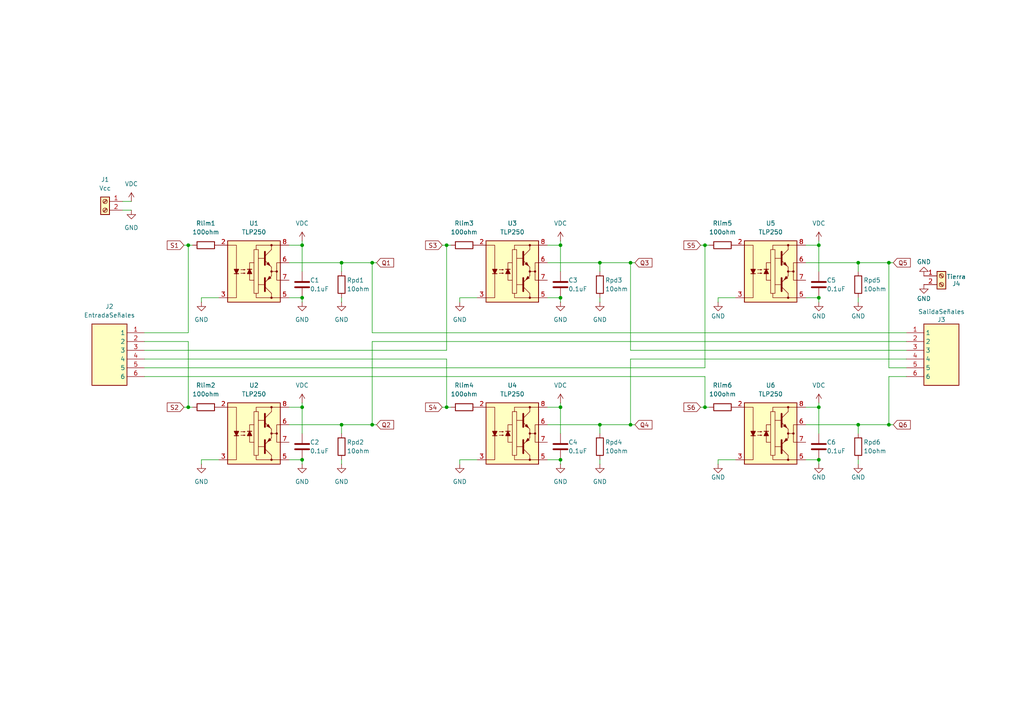
<source format=kicad_sch>
(kicad_sch (version 20231120) (generator "eeschema") (generator_version "8.0")
  (paper "A4")
  (lib_symbols
    (symbol "801-87-006-10-001101:Conn_Socket6"
      (property "Reference" "J" (at 16.51 7.62 0))
      (property "Value" "Conn_Socket6" (at 16.51 5.08 0))
      (symbol "Conn_Socket6_1_1"
        (rectangle (start 5.08 2.54) (end 15.24 -15.24) (stroke (width 0.254)) (fill (type background)))
        (pin passive line (at 0 0 0) (length 5.08) (name "1") (number "1"))
        (pin passive line (at 0 -2.54 0) (length 5.08) (name "2") (number "2"))
        (pin passive line (at 0 -5.08 0) (length 5.08) (name "3") (number "3"))
        (pin passive line (at 0 -7.62 0) (length 5.08) (name "4") (number "4"))
        (pin passive line (at 0 -10.16 0) (length 5.08) (name "5") (number "5"))
        (pin passive line (at 0 -12.7 0) (length 5.08) (name "6") (number "6"))
      )
    )
    (symbol "Connector:Screw_Terminal_01x02" (pin_names (offset 1.016) hide)
      (property "Reference" "J" (at 0 2.54 0))
      (property "Value" "Screw_Terminal_01x02" (at 0 -5.08 0))
      (symbol "Screw_Terminal_01x02_1_1"
        (rectangle (start -1.27 1.27) (end 1.27 -3.81) (stroke (width 0.254)) (fill (type background)))
        (circle (center 0 -2.54) (radius 0.635) (stroke (width 0.1524)))
        (polyline (pts (xy -0.5334 -2.2098) (xy 0.3302 -3.048)) (stroke (width 0.1524)))
        (polyline (pts (xy -0.5334 0.3302) (xy 0.3302 -0.508)) (stroke (width 0.1524)))
        (polyline (pts (xy -0.3556 -2.032) (xy 0.508 -2.8702)) (stroke (width 0.1524)))
        (polyline (pts (xy -0.3556 0.508) (xy 0.508 -0.3302)) (stroke (width 0.1524)))
        (circle (center 0 0) (radius 0.635) (stroke (width 0.1524)))
        (pin passive line (at -5.08 0 0) (length 3.81) (name "Pin_1") (number "1"))
        (pin passive line (at -5.08 -2.54 0) (length 3.81) (name "Pin_2") (number "2"))
      )
    )
    (symbol "Device:C" (pin_numbers hide) (pin_names (offset 0.254))
      (property "Reference" "C" (at 0.635 2.54 0))
      (property "Value" "C" (at 0.635 -2.54 0))
      (symbol "C_0_1"
        (polyline (pts (xy -2.032 -0.762) (xy 2.032 -0.762)) (stroke (width 0.508)))
        (polyline (pts (xy -2.032 0.762) (xy 2.032 0.762)) (stroke (width 0.508)))
      )
      (symbol "C_1_1"
        (pin passive line (at 0 3.81 270) (length 2.794) (name "~") (number "1"))
        (pin passive line (at 0 -3.81 90) (length 2.794) (name "~") (number "2"))
      )
    )
    (symbol "Device:R" (pin_numbers hide) (pin_names (offset 0))
      (property "Reference" "R" (at 2.032 0 90))
      (property "Value" "R" (at 0 0 90))
      (symbol "R_0_1"
        (rectangle (start -1.016 -2.54) (end 1.016 2.54) (stroke (width 0.254)))
      )
      (symbol "R_1_1"
        (pin passive line (at 0 3.81 270) (length 1.27) (name "~") (number "1"))
        (pin passive line (at 0 -3.81 90) (length 1.27) (name "~") (number "2"))
      )
    )
    (symbol "Driver_FET:TLP250" (pin_names hide)
      (property "Reference" "U" (at 0 12.7 0))
      (property "Value" "TLP250" (at 0 10.16 0))
      (symbol "TLP250_0_1"
        (rectangle (start -7.62 8.89) (end 7.62 -8.89) (stroke (width 0.254)) (fill (type background)))
        (polyline (pts (xy -5.715 -0.635) (xy -4.445 -0.635)) (stroke (width 0.254)))
        (polyline (pts (xy -0.635 0.635) (xy -1.905 0.635)) (stroke (width 0.254)))
        (polyline (pts (xy 3.048 -3.81) (xy 1.27 -3.81)))
        (polyline (pts (xy 3.048 3.81) (xy 1.27 3.81)))
        (polyline (pts (xy 3.175 -4.445) (xy 5.08 -6.35)))
        (polyline (pts (xy 3.175 4.445) (xy 5.08 6.35)))
        (polyline (pts (xy 5.08 -6.35) (xy 5.08 -7.62)))
        (polyline (pts (xy 5.08 -1.27) (xy 3.175 -3.175)) (fill (type outline)))
        (polyline (pts (xy 5.08 0) (xy 6.604 0)))
        (polyline (pts (xy 5.08 1.27) (xy 3.175 3.175)) (fill (type outline)))
        (polyline (pts (xy 5.08 6.35) (xy 5.08 7.62)))
        (polyline (pts (xy 7.62 7.62) (xy 0.635 7.62)))
        (polyline (pts (xy -1.27 -0.635) (xy -1.27 -2.54) (xy 0 -2.54)))
        (polyline (pts (xy -1.27 0.635) (xy -1.27 2.54) (xy 0 2.54)))
        (polyline (pts (xy 0.635 -6.35) (xy 0.635 -7.62) (xy 7.62 -7.62)))
        (polyline (pts (xy 3.175 -5.715) (xy 3.175 -1.905) (xy 3.175 -1.905)) (stroke (width 0.508)))
        (polyline (pts (xy 3.175 5.715) (xy 3.175 1.905) (xy 3.175 1.905)) (stroke (width 0.508)))
        (polyline (pts (xy -7.62 7.62) (xy -5.08 7.62) (xy -5.08 -7.62) (xy -7.62 -7.62)))
        (polyline (pts (xy -5.08 -0.635) (xy -5.715 0.635) (xy -4.445 0.635) (xy -5.08 -0.635)) (stroke (width 0.254)) (fill (type outline)))
        (polyline (pts (xy -1.27 0.635) (xy -0.635 -0.635) (xy -1.905 -0.635) (xy -1.27 0.635)) (stroke (width 0.254)) (fill (type outline)))
        (polyline (pts (xy 7.62 2.54) (xy 6.604 2.54) (xy 6.604 -2.54) (xy 7.62 -2.54)))
        (polyline (pts (xy -3.81 -0.508) (xy -2.54 -0.508) (xy -2.921 -0.635) (xy -2.921 -0.381) (xy -2.54 -0.508)))
        (polyline (pts (xy -3.81 0.508) (xy -2.54 0.508) (xy -2.921 0.381) (xy -2.921 0.635) (xy -2.54 0.508)))
        (polyline (pts (xy 1.27 6.35) (xy 1.27 -6.35) (xy 0 -6.35) (xy 0 6.35) (xy 1.27 6.35)))
        (polyline (pts (xy 3.683 2.159) (xy 4.191 2.667) (xy 4.699 1.651) (xy 3.683 2.159) (xy 3.683 2.159)) (fill (type outline)))
        (polyline (pts (xy 4.953 -1.905) (xy 4.445 -1.397) (xy 3.937 -2.413) (xy 4.953 -1.905) (xy 4.953 -1.905)) (fill (type outline)))
        (rectangle (start 0.635 6.35) (end 0.635 6.35))
        (rectangle (start 0.635 6.35) (end 0.635 7.62))
        (circle (center 5.08 -7.62) (radius 0.254) (fill (type outline)))
        (circle (center 5.08 0) (radius 0.254) (fill (type outline)))
        (rectangle (start 5.08 1.27) (end 5.08 -1.27))
        (circle (center 5.08 7.62) (radius 0.254) (fill (type outline)))
        (circle (center 6.604 0) (radius 0.254) (fill (type outline)))
      )
      (symbol "TLP250_1_1"
        (pin no_connect line (at -7.62 2.54 0) (length 2.54) hide (name "NC") (number "1"))
        (pin passive line (at -10.16 7.62 0) (length 2.54) (name "A") (number "2"))
        (pin passive line (at -10.16 -7.62 0) (length 2.54) (name "C") (number "3"))
        (pin no_connect line (at -7.62 -2.54 0) (length 2.54) hide (name "NC") (number "4"))
        (pin power_in line (at 10.16 -7.62 180) (length 2.54) (name "VEE") (number "5"))
        (pin output line (at 10.16 2.54 180) (length 2.54) (name "VO") (number "6"))
        (pin output line (at 10.16 -2.54 180) (length 2.54) (name "VO") (number "7"))
        (pin power_in line (at 10.16 7.62 180) (length 2.54) (name "VCC") (number "8"))
      )
    )
    (symbol "power:GND" (power) (pin_numbers hide) (pin_names (offset 0) hide)
      (property "Value" "GND" (at 0 -3.81 0))
      (symbol "GND_0_1"
        (polyline (pts (xy 0 0) (xy 0 -1.27) (xy 1.27 -1.27) (xy 0 -2.54) (xy -1.27 -1.27) (xy 0 -1.27)))
      )
      (symbol "GND_1_1"
        (pin power_in line (at 0 0 270) (length 0) (name "~") (number "1"))
      )
    )
    (symbol "power:VDC" (power) (pin_numbers hide) (pin_names (offset 0) hide)
      (property "Value" "VDC" (at 0 3.556 0))
      (symbol "VDC_0_1"
        (polyline (pts (xy -0.762 1.27) (xy 0 2.54)))
        (polyline (pts (xy 0 0) (xy 0 2.54)))
        (polyline (pts (xy 0 2.54) (xy 0.762 1.27)))
      )
      (symbol "VDC_1_1"
        (pin power_in line (at 0 0 90) (length 0) (name "~") (number "1"))
      )
    )
  )
  (junction (at 204.47 71.12))
  (junction (at 237.49 118.11))
  (junction (at 87.63 86.36))
  (junction (at 54.61 71.12))
  (junction (at 129.54 71.12))
  (junction (at 99.06 76.2))
  (junction (at 162.56 118.11))
  (junction (at 162.56 133.35))
  (junction (at 87.63 118.11))
  (junction (at 107.95 76.2))
  (junction (at 204.47 118.11))
  (junction (at 248.92 76.2))
  (junction (at 87.63 133.35))
  (junction (at 129.54 118.11))
  (junction (at 54.61 118.11))
  (junction (at 237.49 71.12))
  (junction (at 107.95 123.19))
  (junction (at 173.99 123.19))
  (junction (at 182.88 123.19))
  (junction (at 257.81 76.2))
  (junction (at 87.63 71.12))
  (junction (at 182.88 76.2))
  (junction (at 173.99 76.2))
  (junction (at 162.56 86.36))
  (junction (at 248.92 123.19))
  (junction (at 237.49 133.35))
  (junction (at 99.06 123.19))
  (junction (at 237.49 86.36))
  (junction (at 257.81 123.19))
  (junction (at 162.56 71.12))
  (wire (pts (xy 182.88 123.19) (xy 184.15 123.19)))
  (wire (pts (xy 237.49 118.11) (xy 237.49 116.84)))
  (wire (pts (xy 133.35 86.36) (xy 138.43 86.36)))
  (wire (pts (xy 182.88 76.2) (xy 184.15 76.2)))
  (wire (pts (xy 237.49 118.11) (xy 237.49 125.73)))
  (wire (pts (xy 203.2 118.11) (xy 204.47 118.11)))
  (wire (pts (xy 58.42 133.35) (xy 58.42 134.62)))
  (wire (pts (xy 129.54 118.11) (xy 130.81 118.11)))
  (wire (pts (xy 87.63 133.35) (xy 87.63 134.62)))
  (wire (pts (xy 107.95 99.06) (xy 262.89 99.06)))
  (wire (pts (xy 173.99 123.19) (xy 182.88 123.19)))
  (wire (pts (xy 162.56 133.35) (xy 162.56 134.62)))
  (wire (pts (xy 107.95 99.06) (xy 107.95 123.19)))
  (wire (pts (xy 237.49 86.36) (xy 237.49 87.63)))
  (wire (pts (xy 107.95 76.2) (xy 109.22 76.2)))
  (wire (pts (xy 233.68 86.36) (xy 237.49 86.36)))
  (wire (pts (xy 248.92 133.35) (xy 248.92 134.62)))
  (wire (pts (xy 158.75 123.19) (xy 173.99 123.19)))
  (wire (pts (xy 158.75 76.2) (xy 173.99 76.2)))
  (wire (pts (xy 204.47 71.12) (xy 205.74 71.12)))
  (wire (pts (xy 128.27 71.12) (xy 129.54 71.12)))
  (wire (pts (xy 87.63 86.36) (xy 87.63 87.63)))
  (wire (pts (xy 237.49 71.12) (xy 237.49 69.85)))
  (wire (pts (xy 41.91 104.14) (xy 129.54 104.14)))
  (wire (pts (xy 208.28 86.36) (xy 208.28 87.63)))
  (wire (pts (xy 35.56 58.42) (xy 38.1 58.42)))
  (wire (pts (xy 204.47 106.68) (xy 204.47 71.12)))
  (wire (pts (xy 233.68 133.35) (xy 237.49 133.35)))
  (wire (pts (xy 99.06 123.19) (xy 107.95 123.19)))
  (wire (pts (xy 133.35 86.36) (xy 133.35 87.63)))
  (wire (pts (xy 162.56 118.11) (xy 162.56 125.73)))
  (wire (pts (xy 262.89 101.6) (xy 182.88 101.6)))
  (wire (pts (xy 158.75 118.11) (xy 162.56 118.11)))
  (wire (pts (xy 233.68 71.12) (xy 237.49 71.12)))
  (wire (pts (xy 87.63 71.12) (xy 87.63 69.85)))
  (wire (pts (xy 173.99 133.35) (xy 173.99 134.62)))
  (wire (pts (xy 87.63 71.12) (xy 87.63 78.74)))
  (wire (pts (xy 204.47 109.22) (xy 204.47 118.11)))
  (wire (pts (xy 99.06 76.2) (xy 107.95 76.2)))
  (wire (pts (xy 53.34 118.11) (xy 54.61 118.11)))
  (wire (pts (xy 58.42 86.36) (xy 63.5 86.36)))
  (wire (pts (xy 233.68 123.19) (xy 248.92 123.19)))
  (wire (pts (xy 87.63 118.11) (xy 87.63 116.84)))
  (wire (pts (xy 129.54 71.12) (xy 130.81 71.12)))
  (wire (pts (xy 208.28 86.36) (xy 213.36 86.36)))
  (wire (pts (xy 182.88 104.14) (xy 182.88 123.19)))
  (wire (pts (xy 248.92 125.73) (xy 248.92 123.19)))
  (wire (pts (xy 262.89 96.52) (xy 107.95 96.52)))
  (wire (pts (xy 173.99 78.74) (xy 173.99 76.2)))
  (wire (pts (xy 133.35 133.35) (xy 138.43 133.35)))
  (wire (pts (xy 99.06 133.35) (xy 99.06 134.62)))
  (wire (pts (xy 41.91 96.52) (xy 54.61 96.52)))
  (wire (pts (xy 58.42 86.36) (xy 58.42 87.63)))
  (wire (pts (xy 173.99 125.73) (xy 173.99 123.19)))
  (wire (pts (xy 208.28 133.35) (xy 213.36 133.35)))
  (wire (pts (xy 233.68 118.11) (xy 237.49 118.11)))
  (wire (pts (xy 248.92 86.36) (xy 248.92 87.63)))
  (wire (pts (xy 107.95 96.52) (xy 107.95 76.2)))
  (wire (pts (xy 233.68 76.2) (xy 248.92 76.2)))
  (wire (pts (xy 257.81 76.2) (xy 259.08 76.2)))
  (wire (pts (xy 41.91 101.6) (xy 129.54 101.6)))
  (wire (pts (xy 203.2 71.12) (xy 204.47 71.12)))
  (wire (pts (xy 54.61 96.52) (xy 54.61 71.12)))
  (wire (pts (xy 133.35 133.35) (xy 133.35 134.62)))
  (wire (pts (xy 173.99 86.36) (xy 173.99 87.63)))
  (wire (pts (xy 87.63 118.11) (xy 87.63 125.73)))
  (wire (pts (xy 158.75 133.35) (xy 162.56 133.35)))
  (wire (pts (xy 204.47 118.11) (xy 205.74 118.11)))
  (wire (pts (xy 162.56 118.11) (xy 162.56 116.84)))
  (wire (pts (xy 83.82 133.35) (xy 87.63 133.35)))
  (wire (pts (xy 257.81 109.22) (xy 257.81 123.19)))
  (wire (pts (xy 83.82 118.11) (xy 87.63 118.11)))
  (wire (pts (xy 99.06 86.36) (xy 99.06 87.63)))
  (wire (pts (xy 41.91 106.68) (xy 204.47 106.68)))
  (wire (pts (xy 58.42 133.35) (xy 63.5 133.35)))
  (wire (pts (xy 54.61 99.06) (xy 54.61 118.11)))
  (wire (pts (xy 262.89 104.14) (xy 182.88 104.14)))
  (wire (pts (xy 158.75 86.36) (xy 162.56 86.36)))
  (wire (pts (xy 262.89 106.68) (xy 257.81 106.68)))
  (wire (pts (xy 162.56 71.12) (xy 162.56 69.85)))
  (wire (pts (xy 129.54 101.6) (xy 129.54 71.12)))
  (wire (pts (xy 173.99 76.2) (xy 182.88 76.2)))
  (wire (pts (xy 99.06 78.74) (xy 99.06 76.2)))
  (wire (pts (xy 257.81 123.19) (xy 259.08 123.19)))
  (wire (pts (xy 83.82 123.19) (xy 99.06 123.19)))
  (wire (pts (xy 129.54 104.14) (xy 129.54 118.11)))
  (wire (pts (xy 99.06 125.73) (xy 99.06 123.19)))
  (wire (pts (xy 83.82 71.12) (xy 87.63 71.12)))
  (wire (pts (xy 162.56 86.36) (xy 162.56 87.63)))
  (wire (pts (xy 54.61 118.11) (xy 55.88 118.11)))
  (wire (pts (xy 208.28 133.35) (xy 208.28 134.62)))
  (wire (pts (xy 248.92 123.19) (xy 257.81 123.19)))
  (wire (pts (xy 237.49 133.35) (xy 237.49 134.62)))
  (wire (pts (xy 53.34 71.12) (xy 54.61 71.12)))
  (wire (pts (xy 128.27 118.11) (xy 129.54 118.11)))
  (wire (pts (xy 158.75 71.12) (xy 162.56 71.12)))
  (wire (pts (xy 237.49 71.12) (xy 237.49 78.74)))
  (wire (pts (xy 248.92 78.74) (xy 248.92 76.2)))
  (wire (pts (xy 41.91 109.22) (xy 204.47 109.22)))
  (wire (pts (xy 182.88 101.6) (xy 182.88 76.2)))
  (wire (pts (xy 257.81 106.68) (xy 257.81 76.2)))
  (wire (pts (xy 83.82 76.2) (xy 99.06 76.2)))
  (wire (pts (xy 262.89 109.22) (xy 257.81 109.22)))
  (wire (pts (xy 41.91 99.06) (xy 54.61 99.06)))
  (wire (pts (xy 162.56 71.12) (xy 162.56 78.74)))
  (wire (pts (xy 83.82 86.36) (xy 87.63 86.36)))
  (wire (pts (xy 35.56 60.96) (xy 38.1 60.96)))
  (wire (pts (xy 107.95 123.19) (xy 109.22 123.19)))
  (wire (pts (xy 54.61 71.12) (xy 55.88 71.12)))
  (wire (pts (xy 248.92 76.2) (xy 257.81 76.2)))
  (global_label "S2" (shape input) (at 53.34 118.11 180) (property "Intersheetrefs" "${INTERSHEET_REFS}" (effects (hide yes))))
  (global_label "Q5" (shape input) (at 259.08 76.2 0) (property "Intersheetrefs" "${INTERSHEET_REFS}" (effects (hide yes))))
  (global_label "S6" (shape input) (at 203.2 118.11 180) (property "Intersheetrefs" "${INTERSHEET_REFS}" (effects (hide yes))))
  (global_label "Q4" (shape input) (at 184.15 123.19 0) (property "Intersheetrefs" "${INTERSHEET_REFS}" (effects (hide yes))))
  (global_label "S4" (shape input) (at 128.27 118.11 180) (property "Intersheetrefs" "${INTERSHEET_REFS}" (effects (hide yes))))
  (global_label "S5" (shape input) (at 203.2 71.12 180) (property "Intersheetrefs" "${INTERSHEET_REFS}" (effects (hide yes))))
  (global_label "Q6" (shape input) (at 259.08 123.19 0) (property "Intersheetrefs" "${INTERSHEET_REFS}" (effects (hide yes))))
  (global_label "S3" (shape input) (at 128.27 71.12 180) (property "Intersheetrefs" "${INTERSHEET_REFS}" (effects (hide yes))))
  (global_label "Q1" (shape input) (at 109.22 76.2 0) (property "Intersheetrefs" "${INTERSHEET_REFS}" (effects (hide yes))))
  (global_label "Q3" (shape input) (at 184.15 76.2 0) (property "Intersheetrefs" "${INTERSHEET_REFS}" (effects (hide yes))))
  (global_label "S1" (shape input) (at 53.34 71.12 180) (property "Intersheetrefs" "${INTERSHEET_REFS}" (effects (hide yes))))
  (global_label "Q2" (shape input) (at 109.22 123.19 0) (property "Intersheetrefs" "${INTERSHEET_REFS}" (effects (hide yes))))
  (symbol (lib_id "Device:R") (at 173.99 82.55 0) (unit 1)
    (property "Reference" "Rpd3" (at 175.514 81.28 0) (effects (justify left)))
    (property "Value" "10ohm" (at 175.514 83.82 0) (effects (justify left)))
    (property "Footprint" "Resistor_THT:R_Axial_DIN0207_L6.3mm_D2.5mm_P15.24mm_Horizontal" (effects (hide yes)))
    (property "Description" "Resistor" (effects (hide yes)))
  )
  (symbol (lib_id "power:GND") (at 162.56 134.62 0) (unit 1)
    (property "Reference" "#PWR020" (effects (hide yes)))
    (property "Value" "GND" (at 162.56 139.7 0))
    (property "Description" "Power symbol creates a global label with name \"GND\" , ground" (effects (hide yes)))
  )
  (symbol (lib_id "Device:R") (at 59.69 71.12 90) (unit 1)
    (property "Reference" "Rlim1" (at 59.69 64.77 90))
    (property "Value" "100ohm" (at 59.69 67.31 90))
    (property "Footprint" "Resistor_THT:R_Axial_DIN0207_L6.3mm_D2.5mm_P15.24mm_Horizontal" (effects (hide yes)))
    (property "Description" "Resistor" (effects (hide yes)))
  )
  (symbol (lib_id "power:VDC") (at 87.63 69.85 0) (unit 1)
    (property "Reference" "#PWR07" (effects (hide yes)))
    (property "Value" "VDC" (at 87.63 64.77 0))
    (property "Description" "Power symbol creates a global label with name \"VDC\"" (effects (hide yes)))
  )
  (symbol (lib_id "power:VDC") (at 237.49 69.85 0) (unit 1)
    (property "Reference" "#PWR027" (effects (hide yes)))
    (property "Value" "VDC" (at 237.49 64.77 0))
    (property "Description" "Power symbol creates a global label with name \"VDC\"" (effects (hide yes)))
  )
  (symbol (lib_id "power:GND") (at 208.28 134.62 0) (unit 1)
    (property "Reference" "#PWR024" (effects (hide yes)))
    (property "Value" "GND" (at 208.28 138.43 0))
    (property "Description" "Power symbol creates a global label with name \"GND\" , ground" (effects (hide yes)))
  )
  (symbol (lib_id "power:GND") (at 133.35 134.62 0) (unit 1)
    (property "Reference" "#PWR014" (effects (hide yes)))
    (property "Value" "GND" (at 133.35 139.7 0))
    (property "Description" "Power symbol creates a global label with name \"GND\" , ground" (effects (hide yes)))
  )
  (symbol (lib_id "power:VDC") (at 162.56 69.85 0) (unit 1)
    (property "Reference" "#PWR017" (effects (hide yes)))
    (property "Value" "VDC" (at 162.56 64.77 0))
    (property "Description" "Power symbol creates a global label with name \"VDC\"" (effects (hide yes)))
  )
  (symbol (lib_id "power:GND") (at 237.49 87.63 0) (unit 1)
    (property "Reference" "#PWR028" (effects (hide yes)))
    (property "Value" "GND" (at 237.49 91.694 0))
    (property "Description" "Power symbol creates a global label with name \"GND\" , ground" (effects (hide yes)))
  )
  (symbol (lib_id "power:GND") (at 38.1 60.96 0) (unit 1)
    (property "Reference" "#PWR02" (effects (hide yes)))
    (property "Value" "GND" (at 38.1 66.04 0))
    (property "Description" "Power symbol creates a global label with name \"GND\" , ground" (effects (hide yes)))
  )
  (symbol (lib_id "power:GND") (at 248.92 134.62 0) (unit 1)
    (property "Reference" "#PWR032" (effects (hide yes)))
    (property "Value" "GND" (at 248.92 138.43 0))
    (property "Description" "Power symbol creates a global label with name \"GND\" , ground" (effects (hide yes)))
  )
  (symbol (lib_id "Device:R") (at 209.55 118.11 90) (unit 1)
    (property "Reference" "Rlim6" (at 209.55 111.76 90))
    (property "Value" "100ohm" (at 209.55 114.3 90))
    (property "Footprint" "Resistor_THT:R_Axial_DIN0207_L6.3mm_D2.5mm_P15.24mm_Horizontal" (effects (hide yes)))
    (property "Description" "Resistor" (effects (hide yes)))
  )
  (symbol (lib_id "Connector:Screw_Terminal_01x02") (at 30.48 58.42 0) (mirror y) (unit 1)
    (property "Reference" "J1" (at 30.48 52.07 0))
    (property "Value" "Vcc" (at 30.48 54.61 0))
    (property "Footprint" "TerminalBlock:TerminalBlock_bornier-2_P5.08mm" (effects (hide yes)))
    (property "Description" "Generic screw terminal, single row, 01x02, script generated (kicad-library-utils/schlib/autogen/connector/)" (effects (hide yes)))
  )
  (symbol (lib_id "Device:C") (at 162.56 129.54 0) (unit 1)
    (property "Reference" "C4" (at 164.846 128.27 0) (effects (justify left)))
    (property "Value" "0.1uF" (at 164.846 130.81 0) (effects (justify left)))
    (property "Footprint" "Capacitor_THT:C_Rect_L7.0mm_W4.5mm_P5.00mm" (effects (hide yes)))
    (property "Description" "Unpolarized capacitor" (effects (hide yes)))
  )
  (symbol (lib_id "Device:R") (at 173.99 129.54 0) (unit 1)
    (property "Reference" "Rpd4" (at 175.514 128.27 0) (effects (justify left)))
    (property "Value" "10ohm" (at 175.514 130.81 0) (effects (justify left)))
    (property "Footprint" "Resistor_THT:R_Axial_DIN0207_L6.3mm_D2.5mm_P15.24mm_Horizontal" (effects (hide yes)))
    (property "Description" "Resistor" (effects (hide yes)))
  )
  (symbol (lib_id "power:GND") (at 267.97 80.01 180) (unit 1)
    (property "Reference" "#PWR06" (effects (hide yes)))
    (property "Value" "GND" (at 267.97 75.946 0))
    (property "Description" "Power symbol creates a global label with name \"GND\" , ground" (effects (hide yes)))
  )
  (symbol (lib_id "power:VDC") (at 237.49 116.84 0) (unit 1)
    (property "Reference" "#PWR029" (effects (hide yes)))
    (property "Value" "VDC" (at 237.49 111.76 0))
    (property "Description" "Power symbol creates a global label with name \"VDC\"" (effects (hide yes)))
  )
  (symbol (lib_id "power:VDC") (at 38.1 58.42 0) (unit 1)
    (property "Reference" "#PWR01" (effects (hide yes)))
    (property "Value" "VDC" (at 38.1 53.34 0))
    (property "Description" "Power symbol creates a global label with name \"VDC\"" (effects (hide yes)))
  )
  (symbol (lib_id "Device:R") (at 209.55 71.12 90) (unit 1)
    (property "Reference" "Rlim5" (at 209.55 64.77 90))
    (property "Value" "100ohm" (at 209.55 67.31 90))
    (property "Footprint" "Resistor_THT:R_Axial_DIN0207_L6.3mm_D2.5mm_P15.24mm_Horizontal" (effects (hide yes)))
    (property "Description" "Resistor" (effects (hide yes)))
  )
  (symbol (lib_id "Driver_FET:TLP250") (at 148.59 78.74 0) (unit 1)
    (property "Reference" "U3" (at 148.59 64.77 0))
    (property "Value" "TLP250" (at 148.59 67.31 0))
    (property "Footprint" "Package_DIP:DIP-8_W7.62mm" (effects (hide yes)))
    (property "Datasheet" "http://toshiba.semicon-storage.com/info/docget.jsp?did=16821&prodName=TLP250" (effects (hide yes)))
    (property "Description" "Gate Drive Optocoupler, Output Current 1.5/1.5A, DIP-8" (effects (hide yes)))
  )
  (symbol (lib_id "power:GND") (at 248.92 87.63 0) (unit 1)
    (property "Reference" "#PWR031" (effects (hide yes)))
    (property "Value" "GND" (at 248.92 91.694 0))
    (property "Description" "Power symbol creates a global label with name \"GND\" , ground" (effects (hide yes)))
  )
  (symbol (lib_id "Device:C") (at 237.49 82.55 0) (unit 1)
    (property "Reference" "C5" (at 239.776 81.28 0) (effects (justify left)))
    (property "Value" "0.1uF" (at 239.776 83.82 0) (effects (justify left)))
    (property "Footprint" "Capacitor_THT:C_Rect_L7.0mm_W4.5mm_P5.00mm" (effects (hide yes)))
    (property "Description" "Unpolarized capacitor" (effects (hide yes)))
  )
  (symbol (lib_id "Driver_FET:TLP250") (at 148.59 125.73 0) (unit 1)
    (property "Reference" "U4" (at 148.59 111.76 0))
    (property "Value" "TLP250" (at 148.59 114.3 0))
    (property "Footprint" "Package_DIP:DIP-8_W7.62mm" (effects (hide yes)))
    (property "Datasheet" "http://toshiba.semicon-storage.com/info/docget.jsp?did=16821&prodName=TLP250" (effects (hide yes)))
    (property "Description" "Gate Drive Optocoupler, Output Current 1.5/1.5A, DIP-8" (effects (hide yes)))
  )
  (symbol (lib_id "power:GND") (at 87.63 87.63 0) (unit 1)
    (property "Reference" "#PWR08" (effects (hide yes)))
    (property "Value" "GND" (at 87.63 92.71 0))
    (property "Description" "Power symbol creates a global label with name \"GND\" , ground" (effects (hide yes)))
  )
  (symbol (lib_id "power:VDC") (at 162.56 116.84 0) (unit 1)
    (property "Reference" "#PWR019" (effects (hide yes)))
    (property "Value" "VDC" (at 162.56 111.76 0))
    (property "Description" "Power symbol creates a global label with name \"VDC\"" (effects (hide yes)))
  )
  (symbol (lib_id "power:GND") (at 173.99 87.63 0) (unit 1)
    (property "Reference" "#PWR021" (effects (hide yes)))
    (property "Value" "GND" (at 173.99 92.71 0))
    (property "Description" "Power symbol creates a global label with name \"GND\" , ground" (effects (hide yes)))
  )
  (symbol (lib_id "power:GND") (at 237.49 134.62 0) (unit 1)
    (property "Reference" "#PWR030" (effects (hide yes)))
    (property "Value" "GND" (at 237.49 138.43 0))
    (property "Description" "Power symbol creates a global label with name \"GND\" , ground" (effects (hide yes)))
  )
  (symbol (lib_id "Device:C") (at 87.63 82.55 0) (unit 1)
    (property "Reference" "C1" (at 89.916 81.28 0) (effects (justify left)))
    (property "Value" "0.1uF" (at 89.916 83.82 0) (effects (justify left)))
    (property "Footprint" "Capacitor_THT:C_Rect_L7.0mm_W4.5mm_P5.00mm" (effects (hide yes)))
    (property "Description" "Unpolarized capacitor" (effects (hide yes)))
  )
  (symbol (lib_id "Connector:Screw_Terminal_01x02") (at 273.05 80.01 0) (unit 1)
    (property "Reference" "J4" (at 277.368 82.296 0))
    (property "Value" "Tierra" (at 277.368 80.264 0))
    (property "Footprint" "TerminalBlock:TerminalBlock_bornier-2_P5.08mm" (effects (hide yes)))
    (property "Description" "Generic screw terminal, single row, 01x02, script generated (kicad-library-utils/schlib/autogen/connector/)" (effects (hide yes)))
  )
  (symbol (lib_id "power:GND") (at 58.42 134.62 0) (unit 1)
    (property "Reference" "#PWR04" (effects (hide yes)))
    (property "Value" "GND" (at 58.42 139.7 0))
    (property "Description" "Power symbol creates a global label with name \"GND\" , ground" (effects (hide yes)))
  )
  (symbol (lib_id "801-87-006-10-001101:Conn_Socket6") (at 262.89 96.52 0) (unit 1)
    (property "Reference" "J3" (at 273.05 92.71 0))
    (property "Value" "SalidaSeñales" (at 273.05 90.424 0))
    (property "Footprint" "sparkOpsHuellas:ConnSocket6" (effects (hide yes)))
    (property "Datasheet" "https://www.precidip.com/pview/801-PP-NNN-10-001101.html" (effects (hide yes)))
    (property "Description" "2.54/5.08 mm, Straight solder tail, Mating pin  0.76 mm, 006 positions" (effects (hide yes)))
    (property "Height" "7" (effects (hide yes)))
    (property "Mouser Part Number" "437-8018700610001101" (effects (hide yes)))
    (property "Mouser Price/Stock" "https://www.mouser.co.uk/ProductDetail/Preci-dip/801-87-006-10-001101?qs=FtMuP6KVi2Q2Yj6OdG5g3A%3D%3D" (effects (hide yes)))
    (property "Manufacturer_Name" "Preci-Dip" (effects (hide yes)))
    (property "Manufacturer_Part_Number" "801-87-006-10-001101" (effects (hide yes)))
  )
  (symbol (lib_id "power:GND") (at 99.06 134.62 0) (unit 1)
    (property "Reference" "#PWR012" (effects (hide yes)))
    (property "Value" "GND" (at 99.06 139.7 0))
    (property "Description" "Power symbol creates a global label with name \"GND\" , ground" (effects (hide yes)))
  )
  (symbol (lib_id "power:GND") (at 173.99 134.62 0) (unit 1)
    (property "Reference" "#PWR022" (effects (hide yes)))
    (property "Value" "GND" (at 173.99 139.7 0))
    (property "Description" "Power symbol creates a global label with name \"GND\" , ground" (effects (hide yes)))
  )
  (symbol (lib_id "Driver_FET:TLP250") (at 223.52 78.74 0) (unit 1)
    (property "Reference" "U5" (at 223.52 64.77 0))
    (property "Value" "TLP250" (at 223.52 67.31 0))
    (property "Footprint" "Package_DIP:DIP-8_W7.62mm" (effects (hide yes)))
    (property "Datasheet" "http://toshiba.semicon-storage.com/info/docget.jsp?did=16821&prodName=TLP250" (effects (hide yes)))
    (property "Description" "Gate Drive Optocoupler, Output Current 1.5/1.5A, DIP-8" (effects (hide yes)))
  )
  (symbol (lib_id "801-87-006-10-001101:Conn_Socket6") (at 41.91 96.52 0) (mirror y) (unit 1)
    (property "Reference" "J2" (at 31.75 88.9 0))
    (property "Value" "EntradaSeñales" (at 31.75 91.44 0))
    (property "Footprint" "sparkOpsHuellas:ConnSocket6" (effects (hide yes)))
    (property "Datasheet" "https://www.precidip.com/pview/801-PP-NNN-10-001101.html" (effects (hide yes)))
    (property "Description" "2.54/5.08 mm, Straight solder tail, Mating pin  0.76 mm, 006 positions" (effects (hide yes)))
    (property "Height" "7" (effects (hide yes)))
    (property "Mouser Part Number" "437-8018700610001101" (effects (hide yes)))
    (property "Mouser Price/Stock" "https://www.mouser.co.uk/ProductDetail/Preci-dip/801-87-006-10-001101?qs=FtMuP6KVi2Q2Yj6OdG5g3A%3D%3D" (effects (hide yes)))
    (property "Manufacturer_Name" "Preci-Dip" (effects (hide yes)))
    (property "Manufacturer_Part_Number" "801-87-006-10-001101" (effects (hide yes)))
  )
  (symbol (lib_id "Device:C") (at 237.49 129.54 0) (unit 1)
    (property "Reference" "C6" (at 239.776 128.27 0) (effects (justify left)))
    (property "Value" "0.1uF" (at 239.776 130.81 0) (effects (justify left)))
    (property "Footprint" "Capacitor_THT:C_Rect_L7.0mm_W4.5mm_P5.00mm" (effects (hide yes)))
    (property "Description" "Unpolarized capacitor" (effects (hide yes)))
  )
  (symbol (lib_id "power:GND") (at 58.42 87.63 0) (unit 1)
    (property "Reference" "#PWR03" (effects (hide yes)))
    (property "Value" "GND" (at 58.42 92.71 0))
    (property "Description" "Power symbol creates a global label with name \"GND\" , ground" (effects (hide yes)))
  )
  (symbol (lib_id "power:VDC") (at 87.63 116.84 0) (unit 1)
    (property "Reference" "#PWR09" (effects (hide yes)))
    (property "Value" "VDC" (at 87.63 111.76 0))
    (property "Description" "Power symbol creates a global label with name \"VDC\"" (effects (hide yes)))
  )
  (symbol (lib_id "Device:R") (at 99.06 129.54 0) (unit 1)
    (property "Reference" "Rpd2" (at 100.584 128.27 0) (effects (justify left)))
    (property "Value" "10ohm" (at 100.584 130.81 0) (effects (justify left)))
    (property "Footprint" "Resistor_THT:R_Axial_DIN0207_L6.3mm_D2.5mm_P15.24mm_Horizontal" (effects (hide yes)))
    (property "Description" "Resistor" (effects (hide yes)))
  )
  (symbol (lib_id "Device:C") (at 87.63 129.54 0) (unit 1)
    (property "Reference" "C2" (at 89.916 128.27 0) (effects (justify left)))
    (property "Value" "0.1uF" (at 89.916 130.81 0) (effects (justify left)))
    (property "Footprint" "Capacitor_THT:C_Rect_L7.0mm_W4.5mm_P5.00mm" (effects (hide yes)))
    (property "Description" "Unpolarized capacitor" (effects (hide yes)))
  )
  (symbol (lib_id "power:GND") (at 99.06 87.63 0) (unit 1)
    (property "Reference" "#PWR011" (effects (hide yes)))
    (property "Value" "GND" (at 99.06 92.71 0))
    (property "Description" "Power symbol creates a global label with name \"GND\" , ground" (effects (hide yes)))
  )
  (symbol (lib_id "Driver_FET:TLP250") (at 73.66 125.73 0) (unit 1)
    (property "Reference" "U2" (at 73.66 111.76 0))
    (property "Value" "TLP250" (at 73.66 114.3 0))
    (property "Footprint" "Package_DIP:DIP-8_W7.62mm" (effects (hide yes)))
    (property "Datasheet" "http://toshiba.semicon-storage.com/info/docget.jsp?did=16821&prodName=TLP250" (effects (hide yes)))
    (property "Description" "Gate Drive Optocoupler, Output Current 1.5/1.5A, DIP-8" (effects (hide yes)))
  )
  (symbol (lib_id "Device:R") (at 99.06 82.55 0) (unit 1)
    (property "Reference" "Rpd1" (at 100.584 81.28 0) (effects (justify left)))
    (property "Value" "10ohm" (at 100.584 83.82 0) (effects (justify left)))
    (property "Footprint" "Resistor_THT:R_Axial_DIN0207_L6.3mm_D2.5mm_P15.24mm_Horizontal" (effects (hide yes)))
    (property "Description" "Resistor" (effects (hide yes)))
  )
  (symbol (lib_id "Driver_FET:TLP250") (at 223.52 125.73 0) (unit 1)
    (property "Reference" "U6" (at 223.52 111.76 0))
    (property "Value" "TLP250" (at 223.52 114.3 0))
    (property "Footprint" "Package_DIP:DIP-8_W7.62mm" (effects (hide yes)))
    (property "Datasheet" "http://toshiba.semicon-storage.com/info/docget.jsp?did=16821&prodName=TLP250" (effects (hide yes)))
    (property "Description" "Gate Drive Optocoupler, Output Current 1.5/1.5A, DIP-8" (effects (hide yes)))
  )
  (symbol (lib_id "power:GND") (at 87.63 134.62 0) (unit 1)
    (property "Reference" "#PWR010" (effects (hide yes)))
    (property "Value" "GND" (at 87.63 139.7 0))
    (property "Description" "Power symbol creates a global label with name \"GND\" , ground" (effects (hide yes)))
  )
  (symbol (lib_id "Device:R") (at 248.92 82.55 0) (unit 1)
    (property "Reference" "Rpd5" (at 250.444 81.28 0) (effects (justify left)))
    (property "Value" "10ohm" (at 250.444 83.82 0) (effects (justify left)))
    (property "Footprint" "Resistor_THT:R_Axial_DIN0207_L6.3mm_D2.5mm_P15.24mm_Horizontal" (effects (hide yes)))
    (property "Description" "Resistor" (effects (hide yes)))
  )
  (symbol (lib_id "Driver_FET:TLP250") (at 73.66 78.74 0) (unit 1)
    (property "Reference" "U1" (at 73.66 64.77 0))
    (property "Value" "TLP250" (at 73.66 67.31 0))
    (property "Footprint" "Package_DIP:DIP-8_W7.62mm" (effects (hide yes)))
    (property "Datasheet" "http://toshiba.semicon-storage.com/info/docget.jsp?did=16821&prodName=TLP250" (effects (hide yes)))
    (property "Description" "Gate Drive Optocoupler, Output Current 1.5/1.5A, DIP-8" (effects (hide yes)))
  )
  (symbol (lib_id "Device:R") (at 59.69 118.11 90) (unit 1)
    (property "Reference" "Rlim2" (at 59.69 111.76 90))
    (property "Value" "100ohm" (at 59.69 114.3 90))
    (property "Footprint" "Resistor_THT:R_Axial_DIN0207_L6.3mm_D2.5mm_P15.24mm_Horizontal" (effects (hide yes)))
    (property "Description" "Resistor" (effects (hide yes)))
  )
  (symbol (lib_id "power:GND") (at 267.97 82.55 0) (unit 1)
    (property "Reference" "#PWR05" (effects (hide yes)))
    (property "Value" "GND" (at 267.97 86.614 0))
    (property "Description" "Power symbol creates a global label with name \"GND\" , ground" (effects (hide yes)))
  )
  (symbol (lib_id "Device:R") (at 134.62 118.11 90) (unit 1)
    (property "Reference" "Rlim4" (at 134.62 111.76 90))
    (property "Value" "100ohm" (at 134.62 114.3 90))
    (property "Footprint" "Resistor_THT:R_Axial_DIN0207_L6.3mm_D2.5mm_P15.24mm_Horizontal" (effects (hide yes)))
    (property "Description" "Resistor" (effects (hide yes)))
  )
  (symbol (lib_id "Device:R") (at 134.62 71.12 90) (unit 1)
    (property "Reference" "Rlim3" (at 134.62 64.77 90))
    (property "Value" "100ohm" (at 134.62 67.31 90))
    (property "Footprint" "Resistor_THT:R_Axial_DIN0207_L6.3mm_D2.5mm_P15.24mm_Horizontal" (effects (hide yes)))
    (property "Description" "Resistor" (effects (hide yes)))
  )
  (symbol (lib_id "Device:C") (at 162.56 82.55 0) (unit 1)
    (property "Reference" "C3" (at 164.846 81.28 0) (effects (justify left)))
    (property "Value" "0.1uF" (at 164.846 83.82 0) (effects (justify left)))
    (property "Footprint" "Capacitor_THT:C_Rect_L7.0mm_W4.5mm_P5.00mm" (effects (hide yes)))
    (property "Description" "Unpolarized capacitor" (effects (hide yes)))
  )
  (symbol (lib_id "power:GND") (at 133.35 87.63 0) (unit 1)
    (property "Reference" "#PWR013" (effects (hide yes)))
    (property "Value" "GND" (at 133.35 92.71 0))
    (property "Description" "Power symbol creates a global label with name \"GND\" , ground" (effects (hide yes)))
  )
  (symbol (lib_id "power:GND") (at 208.28 87.63 0) (unit 1)
    (property "Reference" "#PWR023" (effects (hide yes)))
    (property "Value" "GND" (at 208.28 91.694 0))
    (property "Description" "Power symbol creates a global label with name \"GND\" , ground" (effects (hide yes)))
  )
  (symbol (lib_id "Device:R") (at 248.92 129.54 0) (unit 1)
    (property "Reference" "Rpd6" (at 250.444 128.27 0) (effects (justify left)))
    (property "Value" "10ohm" (at 250.444 130.81 0) (effects (justify left)))
    (property "Footprint" "Resistor_THT:R_Axial_DIN0207_L6.3mm_D2.5mm_P15.24mm_Horizontal" (effects (hide yes)))
    (property "Description" "Resistor" (effects (hide yes)))
  )
  (symbol (lib_id "power:GND") (at 162.56 87.63 0) (unit 1)
    (property "Reference" "#PWR018" (effects (hide yes)))
    (property "Value" "GND" (at 162.56 92.71 0))
    (property "Description" "Power symbol creates a global label with name \"GND\" , ground" (effects (hide yes)))
  )
)
</source>
